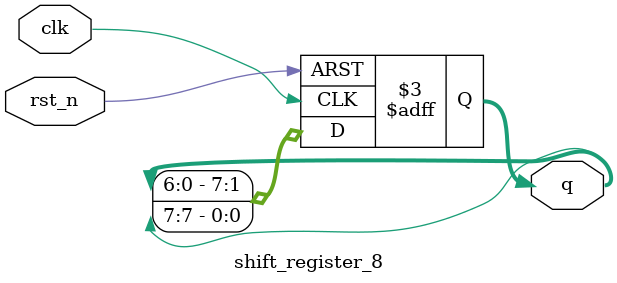
<source format=v>
module shift_register_8(
    output reg [7:0] q,
    input clk,
    input rst_n
    );
    
    always @(posedge clk or negedge rst_n)
    begin
        if(rst_n == 0)
            q <= 01010101;
        else
        begin
            q[0] <= q[7];
            q[1] <= q[0];
            q[2] <= q[1];              
            q[3] <= q[2];
            q[4] <= q[3];
            q[5] <= q[4];
            q[6] <= q[5];
            q[7] <= q[6];
        end
    end
    
endmodule

</source>
